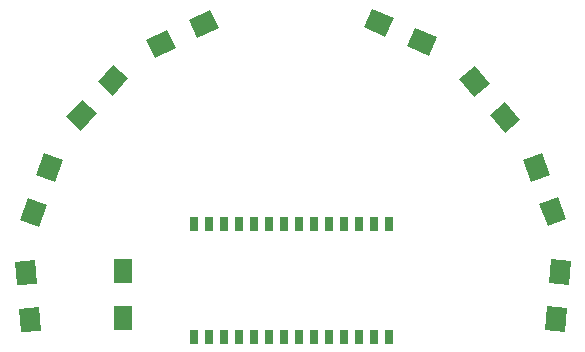
<source format=gbp>
G04 #@! TF.FileFunction,Paste,Bot*
%FSLAX46Y46*%
G04 Gerber Fmt 4.6, Leading zero omitted, Abs format (unit mm)*
G04 Created by KiCad (PCBNEW 4.0.7) date 06/13/18 15:06:57*
%MOMM*%
%LPD*%
G01*
G04 APERTURE LIST*
%ADD10C,0.100000*%
%ADD11R,0.762000X1.143000*%
%ADD12R,1.600000X2.000000*%
G04 APERTURE END LIST*
D10*
G36*
X118352700Y-87146564D02*
X117050425Y-88239303D01*
X115764850Y-86707214D01*
X117067125Y-85614475D01*
X118352700Y-87146564D01*
X118352700Y-87146564D01*
G37*
G36*
X115781550Y-84082386D02*
X114479275Y-85175125D01*
X113193700Y-83643036D01*
X114495975Y-82550297D01*
X115781550Y-84082386D01*
X115781550Y-84082386D01*
G37*
G36*
X75548968Y-99142699D02*
X77242499Y-98994534D01*
X77416810Y-100986923D01*
X75723279Y-101135088D01*
X75548968Y-99142699D01*
X75548968Y-99142699D01*
G37*
G36*
X75897590Y-103127477D02*
X77591121Y-102979312D01*
X77765432Y-104971701D01*
X76071901Y-105119866D01*
X75897590Y-103127477D01*
X75897590Y-103127477D01*
G37*
G36*
X78052921Y-89955805D02*
X79650399Y-90537240D01*
X78966359Y-92416625D01*
X77368881Y-91835190D01*
X78052921Y-89955805D01*
X78052921Y-89955805D01*
G37*
G36*
X76684841Y-93714575D02*
X78282319Y-94296010D01*
X77598279Y-96175395D01*
X76000801Y-95593960D01*
X76684841Y-93714575D01*
X76684841Y-93714575D01*
G37*
G36*
X83925719Y-82444204D02*
X85189065Y-83581726D01*
X83850803Y-85068016D01*
X82587457Y-83930494D01*
X83925719Y-82444204D01*
X83925719Y-82444204D01*
G37*
G36*
X81249197Y-85416784D02*
X82512543Y-86554306D01*
X81174281Y-88040596D01*
X79910935Y-86903074D01*
X81249197Y-85416784D01*
X81249197Y-85416784D01*
G37*
G36*
X92123298Y-77819383D02*
X92841749Y-79360106D01*
X91029134Y-80205343D01*
X90310683Y-78664620D01*
X92123298Y-77819383D01*
X92123298Y-77819383D01*
G37*
G36*
X88498066Y-79509857D02*
X89216517Y-81050580D01*
X87403902Y-81895817D01*
X86685451Y-80355094D01*
X88498066Y-79509857D01*
X88498066Y-79509857D01*
G37*
G36*
X111290363Y-80148896D02*
X110598910Y-81701923D01*
X108771819Y-80888450D01*
X109463272Y-79335423D01*
X111290363Y-80148896D01*
X111290363Y-80148896D01*
G37*
G36*
X107636181Y-78521950D02*
X106944728Y-80074977D01*
X105117637Y-79261504D01*
X105809090Y-77708477D01*
X107636181Y-78521950D01*
X107636181Y-78521950D01*
G37*
G36*
X122271599Y-95543160D02*
X120674121Y-96124595D01*
X119990081Y-94245210D01*
X121587559Y-93663775D01*
X122271599Y-95543160D01*
X122271599Y-95543160D01*
G37*
G36*
X120903519Y-91784390D02*
X119306041Y-92365825D01*
X118622001Y-90486440D01*
X120219479Y-89905005D01*
X120903519Y-91784390D01*
X120903519Y-91784390D01*
G37*
G36*
X122149699Y-105069066D02*
X120456168Y-104920901D01*
X120630479Y-102928512D01*
X122324010Y-103076677D01*
X122149699Y-105069066D01*
X122149699Y-105069066D01*
G37*
G36*
X122498321Y-101084288D02*
X120804790Y-100936123D01*
X120979101Y-98943734D01*
X122672632Y-99091899D01*
X122498321Y-101084288D01*
X122498321Y-101084288D01*
G37*
D11*
X90708480Y-95973900D03*
X91978480Y-95973900D03*
X93248480Y-95973900D03*
X94518480Y-95973900D03*
X95788480Y-95973900D03*
X97058480Y-95973900D03*
X98328480Y-95973900D03*
X99598480Y-95973900D03*
X100868480Y-95973900D03*
X102138480Y-95973900D03*
X104678480Y-95973900D03*
X103408480Y-95973900D03*
X105948480Y-95973900D03*
X107218480Y-95973900D03*
X107218480Y-105498900D03*
X105948480Y-105498900D03*
X104678480Y-105498900D03*
X103408480Y-105498900D03*
X102138480Y-105498900D03*
X100868480Y-105498900D03*
X99598480Y-105498900D03*
X98328480Y-105498900D03*
X97058480Y-105498900D03*
X95788480Y-105498900D03*
X94518480Y-105498900D03*
X93248480Y-105498900D03*
X91978480Y-105498900D03*
X90708480Y-105498900D03*
D12*
X84734400Y-99917500D03*
X84734400Y-103917500D03*
M02*

</source>
